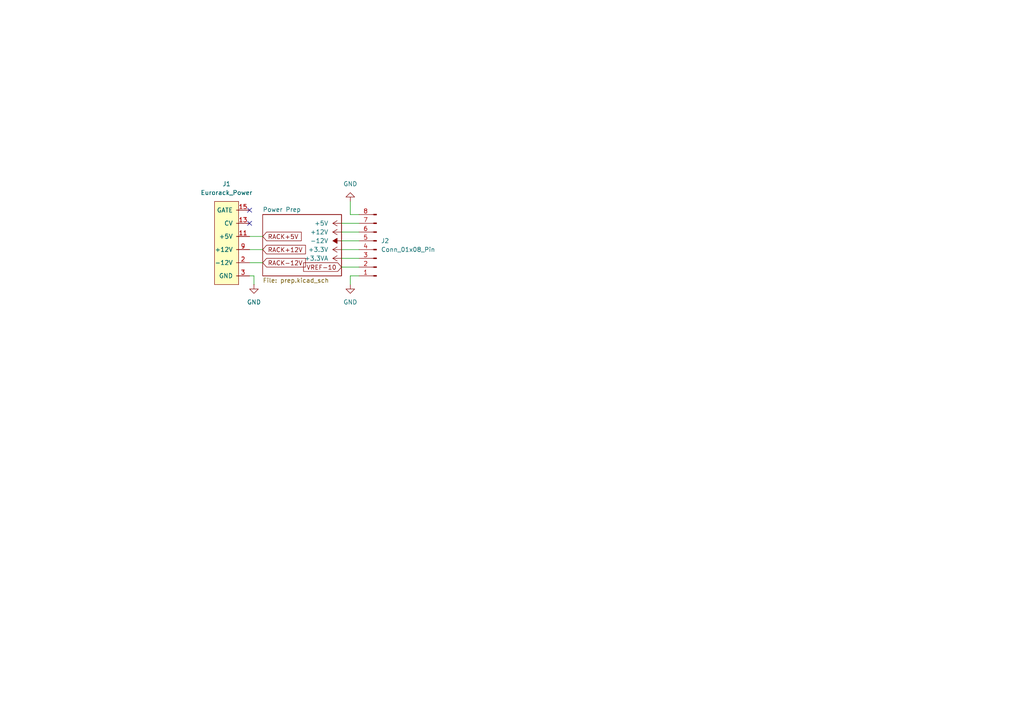
<source format=kicad_sch>
(kicad_sch
	(version 20231120)
	(generator "eeschema")
	(generator_version "8.0")
	(uuid "b1c4d2b8-caaa-445f-98af-61488ebb4616")
	(paper "A4")
	(title_block
		(title "wh3lk Power Pack - Overview")
		(date "2024-09-08")
		(rev "v2.0.0")
		(company "Portal Electronics")
	)
	(lib_symbols
		(symbol "Connector:Conn_01x08_Pin"
			(pin_names
				(offset 1.016) hide)
			(exclude_from_sim no)
			(in_bom yes)
			(on_board yes)
			(property "Reference" "J"
				(at 0 10.16 0)
				(effects
					(font
						(size 1.27 1.27)
					)
				)
			)
			(property "Value" "Conn_01x08_Pin"
				(at 0 -12.7 0)
				(effects
					(font
						(size 1.27 1.27)
					)
				)
			)
			(property "Footprint" ""
				(at 0 0 0)
				(effects
					(font
						(size 1.27 1.27)
					)
					(hide yes)
				)
			)
			(property "Datasheet" "~"
				(at 0 0 0)
				(effects
					(font
						(size 1.27 1.27)
					)
					(hide yes)
				)
			)
			(property "Description" "Generic connector, single row, 01x08, script generated"
				(at 0 0 0)
				(effects
					(font
						(size 1.27 1.27)
					)
					(hide yes)
				)
			)
			(property "ki_locked" ""
				(at 0 0 0)
				(effects
					(font
						(size 1.27 1.27)
					)
				)
			)
			(property "ki_keywords" "connector"
				(at 0 0 0)
				(effects
					(font
						(size 1.27 1.27)
					)
					(hide yes)
				)
			)
			(property "ki_fp_filters" "Connector*:*_1x??_*"
				(at 0 0 0)
				(effects
					(font
						(size 1.27 1.27)
					)
					(hide yes)
				)
			)
			(symbol "Conn_01x08_Pin_1_1"
				(polyline
					(pts
						(xy 1.27 -10.16) (xy 0.8636 -10.16)
					)
					(stroke
						(width 0.1524)
						(type default)
					)
					(fill
						(type none)
					)
				)
				(polyline
					(pts
						(xy 1.27 -7.62) (xy 0.8636 -7.62)
					)
					(stroke
						(width 0.1524)
						(type default)
					)
					(fill
						(type none)
					)
				)
				(polyline
					(pts
						(xy 1.27 -5.08) (xy 0.8636 -5.08)
					)
					(stroke
						(width 0.1524)
						(type default)
					)
					(fill
						(type none)
					)
				)
				(polyline
					(pts
						(xy 1.27 -2.54) (xy 0.8636 -2.54)
					)
					(stroke
						(width 0.1524)
						(type default)
					)
					(fill
						(type none)
					)
				)
				(polyline
					(pts
						(xy 1.27 0) (xy 0.8636 0)
					)
					(stroke
						(width 0.1524)
						(type default)
					)
					(fill
						(type none)
					)
				)
				(polyline
					(pts
						(xy 1.27 2.54) (xy 0.8636 2.54)
					)
					(stroke
						(width 0.1524)
						(type default)
					)
					(fill
						(type none)
					)
				)
				(polyline
					(pts
						(xy 1.27 5.08) (xy 0.8636 5.08)
					)
					(stroke
						(width 0.1524)
						(type default)
					)
					(fill
						(type none)
					)
				)
				(polyline
					(pts
						(xy 1.27 7.62) (xy 0.8636 7.62)
					)
					(stroke
						(width 0.1524)
						(type default)
					)
					(fill
						(type none)
					)
				)
				(rectangle
					(start 0.8636 -10.033)
					(end 0 -10.287)
					(stroke
						(width 0.1524)
						(type default)
					)
					(fill
						(type outline)
					)
				)
				(rectangle
					(start 0.8636 -7.493)
					(end 0 -7.747)
					(stroke
						(width 0.1524)
						(type default)
					)
					(fill
						(type outline)
					)
				)
				(rectangle
					(start 0.8636 -4.953)
					(end 0 -5.207)
					(stroke
						(width 0.1524)
						(type default)
					)
					(fill
						(type outline)
					)
				)
				(rectangle
					(start 0.8636 -2.413)
					(end 0 -2.667)
					(stroke
						(width 0.1524)
						(type default)
					)
					(fill
						(type outline)
					)
				)
				(rectangle
					(start 0.8636 0.127)
					(end 0 -0.127)
					(stroke
						(width 0.1524)
						(type default)
					)
					(fill
						(type outline)
					)
				)
				(rectangle
					(start 0.8636 2.667)
					(end 0 2.413)
					(stroke
						(width 0.1524)
						(type default)
					)
					(fill
						(type outline)
					)
				)
				(rectangle
					(start 0.8636 5.207)
					(end 0 4.953)
					(stroke
						(width 0.1524)
						(type default)
					)
					(fill
						(type outline)
					)
				)
				(rectangle
					(start 0.8636 7.747)
					(end 0 7.493)
					(stroke
						(width 0.1524)
						(type default)
					)
					(fill
						(type outline)
					)
				)
				(pin passive line
					(at 5.08 7.62 180)
					(length 3.81)
					(name "Pin_1"
						(effects
							(font
								(size 1.27 1.27)
							)
						)
					)
					(number "1"
						(effects
							(font
								(size 1.27 1.27)
							)
						)
					)
				)
				(pin passive line
					(at 5.08 5.08 180)
					(length 3.81)
					(name "Pin_2"
						(effects
							(font
								(size 1.27 1.27)
							)
						)
					)
					(number "2"
						(effects
							(font
								(size 1.27 1.27)
							)
						)
					)
				)
				(pin passive line
					(at 5.08 2.54 180)
					(length 3.81)
					(name "Pin_3"
						(effects
							(font
								(size 1.27 1.27)
							)
						)
					)
					(number "3"
						(effects
							(font
								(size 1.27 1.27)
							)
						)
					)
				)
				(pin passive line
					(at 5.08 0 180)
					(length 3.81)
					(name "Pin_4"
						(effects
							(font
								(size 1.27 1.27)
							)
						)
					)
					(number "4"
						(effects
							(font
								(size 1.27 1.27)
							)
						)
					)
				)
				(pin passive line
					(at 5.08 -2.54 180)
					(length 3.81)
					(name "Pin_5"
						(effects
							(font
								(size 1.27 1.27)
							)
						)
					)
					(number "5"
						(effects
							(font
								(size 1.27 1.27)
							)
						)
					)
				)
				(pin passive line
					(at 5.08 -5.08 180)
					(length 3.81)
					(name "Pin_6"
						(effects
							(font
								(size 1.27 1.27)
							)
						)
					)
					(number "6"
						(effects
							(font
								(size 1.27 1.27)
							)
						)
					)
				)
				(pin passive line
					(at 5.08 -7.62 180)
					(length 3.81)
					(name "Pin_7"
						(effects
							(font
								(size 1.27 1.27)
							)
						)
					)
					(number "7"
						(effects
							(font
								(size 1.27 1.27)
							)
						)
					)
				)
				(pin passive line
					(at 5.08 -10.16 180)
					(length 3.81)
					(name "Pin_8"
						(effects
							(font
								(size 1.27 1.27)
							)
						)
					)
					(number "8"
						(effects
							(font
								(size 1.27 1.27)
							)
						)
					)
				)
			)
		)
		(symbol "power:+12V"
			(power)
			(pin_numbers hide)
			(pin_names
				(offset 0) hide)
			(exclude_from_sim no)
			(in_bom yes)
			(on_board yes)
			(property "Reference" "#PWR"
				(at 0 -3.81 0)
				(effects
					(font
						(size 1.27 1.27)
					)
					(hide yes)
				)
			)
			(property "Value" "+12V"
				(at 0 3.556 0)
				(effects
					(font
						(size 1.27 1.27)
					)
				)
			)
			(property "Footprint" ""
				(at 0 0 0)
				(effects
					(font
						(size 1.27 1.27)
					)
					(hide yes)
				)
			)
			(property "Datasheet" ""
				(at 0 0 0)
				(effects
					(font
						(size 1.27 1.27)
					)
					(hide yes)
				)
			)
			(property "Description" "Power symbol creates a global label with name \"+12V\""
				(at 0 0 0)
				(effects
					(font
						(size 1.27 1.27)
					)
					(hide yes)
				)
			)
			(property "ki_keywords" "global power"
				(at 0 0 0)
				(effects
					(font
						(size 1.27 1.27)
					)
					(hide yes)
				)
			)
			(symbol "+12V_0_1"
				(polyline
					(pts
						(xy -0.762 1.27) (xy 0 2.54)
					)
					(stroke
						(width 0)
						(type default)
					)
					(fill
						(type none)
					)
				)
				(polyline
					(pts
						(xy 0 0) (xy 0 2.54)
					)
					(stroke
						(width 0)
						(type default)
					)
					(fill
						(type none)
					)
				)
				(polyline
					(pts
						(xy 0 2.54) (xy 0.762 1.27)
					)
					(stroke
						(width 0)
						(type default)
					)
					(fill
						(type none)
					)
				)
			)
			(symbol "+12V_1_1"
				(pin power_in line
					(at 0 0 90)
					(length 0)
					(name "~"
						(effects
							(font
								(size 1.27 1.27)
							)
						)
					)
					(number "1"
						(effects
							(font
								(size 1.27 1.27)
							)
						)
					)
				)
			)
		)
		(symbol "power:+3.3V"
			(power)
			(pin_numbers hide)
			(pin_names
				(offset 0) hide)
			(exclude_from_sim no)
			(in_bom yes)
			(on_board yes)
			(property "Reference" "#PWR"
				(at 0 -3.81 0)
				(effects
					(font
						(size 1.27 1.27)
					)
					(hide yes)
				)
			)
			(property "Value" "+3.3V"
				(at 0 3.556 0)
				(effects
					(font
						(size 1.27 1.27)
					)
				)
			)
			(property "Footprint" ""
				(at 0 0 0)
				(effects
					(font
						(size 1.27 1.27)
					)
					(hide yes)
				)
			)
			(property "Datasheet" ""
				(at 0 0 0)
				(effects
					(font
						(size 1.27 1.27)
					)
					(hide yes)
				)
			)
			(property "Description" "Power symbol creates a global label with name \"+3.3V\""
				(at 0 0 0)
				(effects
					(font
						(size 1.27 1.27)
					)
					(hide yes)
				)
			)
			(property "ki_keywords" "global power"
				(at 0 0 0)
				(effects
					(font
						(size 1.27 1.27)
					)
					(hide yes)
				)
			)
			(symbol "+3.3V_0_1"
				(polyline
					(pts
						(xy -0.762 1.27) (xy 0 2.54)
					)
					(stroke
						(width 0)
						(type default)
					)
					(fill
						(type none)
					)
				)
				(polyline
					(pts
						(xy 0 0) (xy 0 2.54)
					)
					(stroke
						(width 0)
						(type default)
					)
					(fill
						(type none)
					)
				)
				(polyline
					(pts
						(xy 0 2.54) (xy 0.762 1.27)
					)
					(stroke
						(width 0)
						(type default)
					)
					(fill
						(type none)
					)
				)
			)
			(symbol "+3.3V_1_1"
				(pin power_in line
					(at 0 0 90)
					(length 0)
					(name "~"
						(effects
							(font
								(size 1.27 1.27)
							)
						)
					)
					(number "1"
						(effects
							(font
								(size 1.27 1.27)
							)
						)
					)
				)
			)
		)
		(symbol "power:+3.3VA"
			(power)
			(pin_numbers hide)
			(pin_names
				(offset 0) hide)
			(exclude_from_sim no)
			(in_bom yes)
			(on_board yes)
			(property "Reference" "#PWR"
				(at 0 -3.81 0)
				(effects
					(font
						(size 1.27 1.27)
					)
					(hide yes)
				)
			)
			(property "Value" "+3.3VA"
				(at 0 3.556 0)
				(effects
					(font
						(size 1.27 1.27)
					)
				)
			)
			(property "Footprint" ""
				(at 0 0 0)
				(effects
					(font
						(size 1.27 1.27)
					)
					(hide yes)
				)
			)
			(property "Datasheet" ""
				(at 0 0 0)
				(effects
					(font
						(size 1.27 1.27)
					)
					(hide yes)
				)
			)
			(property "Description" "Power symbol creates a global label with name \"+3.3VA\""
				(at 0 0 0)
				(effects
					(font
						(size 1.27 1.27)
					)
					(hide yes)
				)
			)
			(property "ki_keywords" "global power"
				(at 0 0 0)
				(effects
					(font
						(size 1.27 1.27)
					)
					(hide yes)
				)
			)
			(symbol "+3.3VA_0_1"
				(polyline
					(pts
						(xy -0.762 1.27) (xy 0 2.54)
					)
					(stroke
						(width 0)
						(type default)
					)
					(fill
						(type none)
					)
				)
				(polyline
					(pts
						(xy 0 0) (xy 0 2.54)
					)
					(stroke
						(width 0)
						(type default)
					)
					(fill
						(type none)
					)
				)
				(polyline
					(pts
						(xy 0 2.54) (xy 0.762 1.27)
					)
					(stroke
						(width 0)
						(type default)
					)
					(fill
						(type none)
					)
				)
			)
			(symbol "+3.3VA_1_1"
				(pin power_in line
					(at 0 0 90)
					(length 0)
					(name "~"
						(effects
							(font
								(size 1.27 1.27)
							)
						)
					)
					(number "1"
						(effects
							(font
								(size 1.27 1.27)
							)
						)
					)
				)
			)
		)
		(symbol "power:+5V"
			(power)
			(pin_numbers hide)
			(pin_names
				(offset 0) hide)
			(exclude_from_sim no)
			(in_bom yes)
			(on_board yes)
			(property "Reference" "#PWR"
				(at 0 -3.81 0)
				(effects
					(font
						(size 1.27 1.27)
					)
					(hide yes)
				)
			)
			(property "Value" "+5V"
				(at 0 3.556 0)
				(effects
					(font
						(size 1.27 1.27)
					)
				)
			)
			(property "Footprint" ""
				(at 0 0 0)
				(effects
					(font
						(size 1.27 1.27)
					)
					(hide yes)
				)
			)
			(property "Datasheet" ""
				(at 0 0 0)
				(effects
					(font
						(size 1.27 1.27)
					)
					(hide yes)
				)
			)
			(property "Description" "Power symbol creates a global label with name \"+5V\""
				(at 0 0 0)
				(effects
					(font
						(size 1.27 1.27)
					)
					(hide yes)
				)
			)
			(property "ki_keywords" "global power"
				(at 0 0 0)
				(effects
					(font
						(size 1.27 1.27)
					)
					(hide yes)
				)
			)
			(symbol "+5V_0_1"
				(polyline
					(pts
						(xy -0.762 1.27) (xy 0 2.54)
					)
					(stroke
						(width 0)
						(type default)
					)
					(fill
						(type none)
					)
				)
				(polyline
					(pts
						(xy 0 0) (xy 0 2.54)
					)
					(stroke
						(width 0)
						(type default)
					)
					(fill
						(type none)
					)
				)
				(polyline
					(pts
						(xy 0 2.54) (xy 0.762 1.27)
					)
					(stroke
						(width 0)
						(type default)
					)
					(fill
						(type none)
					)
				)
			)
			(symbol "+5V_1_1"
				(pin power_in line
					(at 0 0 90)
					(length 0)
					(name "~"
						(effects
							(font
								(size 1.27 1.27)
							)
						)
					)
					(number "1"
						(effects
							(font
								(size 1.27 1.27)
							)
						)
					)
				)
			)
		)
		(symbol "power:-12V"
			(power)
			(pin_numbers hide)
			(pin_names
				(offset 0) hide)
			(exclude_from_sim no)
			(in_bom yes)
			(on_board yes)
			(property "Reference" "#PWR"
				(at 0 -3.81 0)
				(effects
					(font
						(size 1.27 1.27)
					)
					(hide yes)
				)
			)
			(property "Value" "-12V"
				(at 0 3.556 0)
				(effects
					(font
						(size 1.27 1.27)
					)
				)
			)
			(property "Footprint" ""
				(at 0 0 0)
				(effects
					(font
						(size 1.27 1.27)
					)
					(hide yes)
				)
			)
			(property "Datasheet" ""
				(at 0 0 0)
				(effects
					(font
						(size 1.27 1.27)
					)
					(hide yes)
				)
			)
			(property "Description" "Power symbol creates a global label with name \"-12V\""
				(at 0 0 0)
				(effects
					(font
						(size 1.27 1.27)
					)
					(hide yes)
				)
			)
			(property "ki_keywords" "global power"
				(at 0 0 0)
				(effects
					(font
						(size 1.27 1.27)
					)
					(hide yes)
				)
			)
			(symbol "-12V_0_0"
				(pin power_in line
					(at 0 0 90)
					(length 0)
					(name "~"
						(effects
							(font
								(size 1.27 1.27)
							)
						)
					)
					(number "1"
						(effects
							(font
								(size 1.27 1.27)
							)
						)
					)
				)
			)
			(symbol "-12V_0_1"
				(polyline
					(pts
						(xy 0 0) (xy 0 1.27) (xy 0.762 1.27) (xy 0 2.54) (xy -0.762 1.27) (xy 0 1.27)
					)
					(stroke
						(width 0)
						(type default)
					)
					(fill
						(type outline)
					)
				)
			)
		)
		(symbol "power:GND"
			(power)
			(pin_numbers hide)
			(pin_names
				(offset 0) hide)
			(exclude_from_sim no)
			(in_bom yes)
			(on_board yes)
			(property "Reference" "#PWR"
				(at 0 -6.35 0)
				(effects
					(font
						(size 1.27 1.27)
					)
					(hide yes)
				)
			)
			(property "Value" "GND"
				(at 0 -3.81 0)
				(effects
					(font
						(size 1.27 1.27)
					)
				)
			)
			(property "Footprint" ""
				(at 0 0 0)
				(effects
					(font
						(size 1.27 1.27)
					)
					(hide yes)
				)
			)
			(property "Datasheet" ""
				(at 0 0 0)
				(effects
					(font
						(size 1.27 1.27)
					)
					(hide yes)
				)
			)
			(property "Description" "Power symbol creates a global label with name \"GND\" , ground"
				(at 0 0 0)
				(effects
					(font
						(size 1.27 1.27)
					)
					(hide yes)
				)
			)
			(property "ki_keywords" "global power"
				(at 0 0 0)
				(effects
					(font
						(size 1.27 1.27)
					)
					(hide yes)
				)
			)
			(symbol "GND_0_1"
				(polyline
					(pts
						(xy 0 0) (xy 0 -1.27) (xy 1.27 -1.27) (xy 0 -2.54) (xy -1.27 -1.27) (xy 0 -1.27)
					)
					(stroke
						(width 0)
						(type default)
					)
					(fill
						(type none)
					)
				)
			)
			(symbol "GND_1_1"
				(pin power_in line
					(at 0 0 270)
					(length 0)
					(name "~"
						(effects
							(font
								(size 1.27 1.27)
							)
						)
					)
					(number "1"
						(effects
							(font
								(size 1.27 1.27)
							)
						)
					)
				)
			)
		)
		(symbol "winterbloom:Eurorack_Power_02x08_Pin_12v_5v"
			(pin_names
				(offset 1.016)
			)
			(exclude_from_sim no)
			(in_bom yes)
			(on_board yes)
			(property "Reference" "J"
				(at -0.762 8.89 0)
				(effects
					(font
						(size 1.27 1.27)
					)
				)
			)
			(property "Value" "Eurorack_Power"
				(at 0.254 -19.304 0)
				(effects
					(font
						(size 1.27 1.27)
					)
				)
			)
			(property "Footprint" "winterbloom:Eurorack_Power_02x08_Shrouded_Lock"
				(at 0 11.43 0)
				(effects
					(font
						(size 1.27 1.27)
					)
					(hide yes)
				)
			)
			(property "Datasheet" "https://static6.arrow.com/aropdfconversion/1507f1621f4e67855dd466ebb3ac550d52564a9d/32302-sxx1.pdf"
				(at 1.778 -24.638 0)
				(effects
					(font
						(size 1.27 1.27)
					)
					(hide yes)
				)
			)
			(property "Description" "Shrouded, keyed, Eurorack power header, 02x08, 2.54mm spacing"
				(at 0.254 -22.352 0)
				(effects
					(font
						(size 1.27 1.27)
					)
					(hide yes)
				)
			)
			(property "MPN" "302-S101"
				(at 0 13.97 0)
				(effects
					(font
						(size 1.27 1.27)
					)
					(hide yes)
				)
			)
			(property "ki_keywords" "eurorack power"
				(at 0 0 0)
				(effects
					(font
						(size 1.27 1.27)
					)
					(hide yes)
				)
			)
			(symbol "Eurorack_Power_02x08_Pin_12v_5v_0_1"
				(rectangle
					(start -2.54 7.62)
					(end 4.445 -16.51)
					(stroke
						(width 0)
						(type default)
					)
					(fill
						(type background)
					)
				)
			)
			(symbol "Eurorack_Power_02x08_Pin_12v_5v_1_1"
				(pin passive line
					(at 7.62 -10.16 180)
					(length 3.81) hide
					(name "-12V"
						(effects
							(font
								(size 1.27 1.27)
							)
						)
					)
					(number "1"
						(effects
							(font
								(size 1.27 1.27)
							)
						)
					)
				)
				(pin power_out line
					(at 7.62 -6.35 180)
					(length 3.81) hide
					(name "+12V"
						(effects
							(font
								(size 1.27 1.27)
							)
						)
					)
					(number "10"
						(effects
							(font
								(size 1.27 1.27)
							)
						)
					)
				)
				(pin power_out line
					(at 7.62 -2.54 180)
					(length 3.81)
					(name "+5V"
						(effects
							(font
								(size 1.27 1.27)
							)
						)
					)
					(number "11"
						(effects
							(font
								(size 1.27 1.27)
							)
						)
					)
				)
				(pin power_out line
					(at 7.62 -2.54 180)
					(length 3.81) hide
					(name "+5V"
						(effects
							(font
								(size 1.27 1.27)
							)
						)
					)
					(number "12"
						(effects
							(font
								(size 1.27 1.27)
							)
						)
					)
				)
				(pin passive line
					(at 7.62 1.27 180)
					(length 3.81)
					(name "CV"
						(effects
							(font
								(size 1.27 1.27)
							)
						)
					)
					(number "13"
						(effects
							(font
								(size 1.27 1.27)
							)
						)
					)
				)
				(pin passive line
					(at 7.62 1.27 180)
					(length 3.81) hide
					(name "CV"
						(effects
							(font
								(size 1.27 1.27)
							)
						)
					)
					(number "14"
						(effects
							(font
								(size 1.27 1.27)
							)
						)
					)
				)
				(pin passive line
					(at 7.62 5.08 180)
					(length 3.81)
					(name "GATE"
						(effects
							(font
								(size 1.27 1.27)
							)
						)
					)
					(number "15"
						(effects
							(font
								(size 1.27 1.27)
							)
						)
					)
				)
				(pin passive line
					(at 7.62 5.08 180)
					(length 3.81) hide
					(name "GATE"
						(effects
							(font
								(size 1.27 1.27)
							)
						)
					)
					(number "16"
						(effects
							(font
								(size 1.27 1.27)
							)
						)
					)
				)
				(pin passive line
					(at 7.62 -10.16 180)
					(length 3.81)
					(name "-12V"
						(effects
							(font
								(size 1.27 1.27)
							)
						)
					)
					(number "2"
						(effects
							(font
								(size 1.27 1.27)
							)
						)
					)
				)
				(pin passive line
					(at 7.62 -13.97 180)
					(length 3.81)
					(name "GND"
						(effects
							(font
								(size 1.27 1.27)
							)
						)
					)
					(number "3"
						(effects
							(font
								(size 1.27 1.27)
							)
						)
					)
				)
				(pin passive line
					(at 7.62 -13.97 180)
					(length 3.81) hide
					(name "GND"
						(effects
							(font
								(size 1.27 1.27)
							)
						)
					)
					(number "4"
						(effects
							(font
								(size 1.27 1.27)
							)
						)
					)
				)
				(pin passive line
					(at 7.62 -13.97 180)
					(length 3.81) hide
					(name "GND"
						(effects
							(font
								(size 1.27 1.27)
							)
						)
					)
					(number "5"
						(effects
							(font
								(size 1.27 1.27)
							)
						)
					)
				)
				(pin passive line
					(at 7.62 -13.97 180)
					(length 3.81) hide
					(name "GND"
						(effects
							(font
								(size 1.27 1.27)
							)
						)
					)
					(number "6"
						(effects
							(font
								(size 1.27 1.27)
							)
						)
					)
				)
				(pin passive line
					(at 7.62 -13.97 180)
					(length 3.81) hide
					(name "GND"
						(effects
							(font
								(size 1.27 1.27)
							)
						)
					)
					(number "7"
						(effects
							(font
								(size 1.27 1.27)
							)
						)
					)
				)
				(pin passive line
					(at 7.62 -13.97 180)
					(length 3.81) hide
					(name "GND"
						(effects
							(font
								(size 1.27 1.27)
							)
						)
					)
					(number "8"
						(effects
							(font
								(size 1.27 1.27)
							)
						)
					)
				)
				(pin power_out line
					(at 7.62 -6.35 180)
					(length 3.81)
					(name "+12V"
						(effects
							(font
								(size 1.27 1.27)
							)
						)
					)
					(number "9"
						(effects
							(font
								(size 1.27 1.27)
							)
						)
					)
				)
			)
		)
	)
	(no_connect
		(at 72.39 64.77)
		(uuid "0ff6284f-c220-4f87-8870-4731e2353174")
	)
	(no_connect
		(at 72.39 60.96)
		(uuid "10cd3d32-3de7-486f-a2b7-0d9cb5273e55")
	)
	(wire
		(pts
			(xy 101.6 82.55) (xy 101.6 80.01)
		)
		(stroke
			(width 0)
			(type default)
		)
		(uuid "3049afaf-73db-4ea6-8bad-3b3a03b949ca")
	)
	(wire
		(pts
			(xy 99.06 67.31) (xy 104.14 67.31)
		)
		(stroke
			(width 0)
			(type default)
		)
		(uuid "62067078-a739-4947-a756-c3ecfb44cb24")
	)
	(wire
		(pts
			(xy 101.6 62.23) (xy 104.14 62.23)
		)
		(stroke
			(width 0)
			(type default)
		)
		(uuid "68d858af-f4f3-41a1-a265-0aa3075a815c")
	)
	(wire
		(pts
			(xy 72.39 72.39) (xy 76.2 72.39)
		)
		(stroke
			(width 0)
			(type default)
		)
		(uuid "8d299d7b-340f-4f86-8018-776008504842")
	)
	(wire
		(pts
			(xy 101.6 80.01) (xy 104.14 80.01)
		)
		(stroke
			(width 0)
			(type default)
		)
		(uuid "902d24a0-e5b8-4936-a8db-c4442241eaec")
	)
	(wire
		(pts
			(xy 99.06 72.39) (xy 104.14 72.39)
		)
		(stroke
			(width 0)
			(type default)
		)
		(uuid "916db4bd-e534-4f09-824a-213a92bcb2c8")
	)
	(wire
		(pts
			(xy 99.06 69.85) (xy 104.14 69.85)
		)
		(stroke
			(width 0)
			(type default)
		)
		(uuid "938eb9e6-0bfd-43f8-a315-60a3afdfd94e")
	)
	(wire
		(pts
			(xy 99.06 64.77) (xy 104.14 64.77)
		)
		(stroke
			(width 0)
			(type default)
		)
		(uuid "9fdddb33-08dd-409a-a8a2-c26a035baae7")
	)
	(wire
		(pts
			(xy 99.06 74.93) (xy 104.14 74.93)
		)
		(stroke
			(width 0)
			(type default)
		)
		(uuid "a0c7b7cc-d022-4738-b7c8-34e4fcc25c57")
	)
	(wire
		(pts
			(xy 99.06 77.47) (xy 104.14 77.47)
		)
		(stroke
			(width 0)
			(type default)
		)
		(uuid "b1dd5ea3-a8f3-4e02-854b-21d4fed8c600")
	)
	(wire
		(pts
			(xy 72.39 76.2) (xy 76.2 76.2)
		)
		(stroke
			(width 0)
			(type default)
		)
		(uuid "bb529760-6bb5-4406-ac07-9a7f342324e0")
	)
	(wire
		(pts
			(xy 72.39 68.58) (xy 76.2 68.58)
		)
		(stroke
			(width 0)
			(type default)
		)
		(uuid "dce59350-7401-4232-99d0-05b3644f757c")
	)
	(wire
		(pts
			(xy 101.6 58.42) (xy 101.6 62.23)
		)
		(stroke
			(width 0)
			(type default)
		)
		(uuid "e9fd4735-423c-489e-b7e7-2effea16901f")
	)
	(wire
		(pts
			(xy 73.66 82.55) (xy 73.66 80.01)
		)
		(stroke
			(width 0)
			(type default)
		)
		(uuid "eb9bdc3c-9de7-4f4b-8d6d-2e26d6baae04")
	)
	(wire
		(pts
			(xy 73.66 80.01) (xy 72.39 80.01)
		)
		(stroke
			(width 0)
			(type default)
		)
		(uuid "faa5f2d7-7a0b-4615-9cac-22ca32e62037")
	)
	(global_label "RACK-12V"
		(shape input)
		(at 76.2 76.2 0)
		(fields_autoplaced yes)
		(effects
			(font
				(size 1.27 1.27)
			)
			(justify left)
		)
		(uuid "82b4fa3e-6eab-4ac5-a5a5-02601c8d530c")
		(property "Intersheetrefs" "${INTERSHEET_REFS}"
			(at 86.0698 76.2 0)
			(effects
				(font
					(size 1.27 1.27)
				)
				(justify left)
				(hide yes)
			)
		)
	)
	(global_label "VREF-10"
		(shape input)
		(at 99.06 77.47 180)
		(fields_autoplaced yes)
		(effects
			(font
				(size 1.27 1.27)
			)
			(justify right)
		)
		(uuid "982dc07e-e058-4882-82f0-cd65503d9395")
		(property "Intersheetrefs" "${INTERSHEET_REFS}"
			(at 90.0786 77.47 0)
			(effects
				(font
					(size 1.27 1.27)
				)
				(justify right)
				(hide yes)
			)
		)
	)
	(global_label "RACK+12V"
		(shape input)
		(at 76.2 72.39 0)
		(fields_autoplaced yes)
		(effects
			(font
				(size 1.27 1.27)
			)
			(justify left)
		)
		(uuid "ade21ed6-0083-4b33-b497-25ba9675fe74")
		(property "Intersheetrefs" "${INTERSHEET_REFS}"
			(at 86.0698 72.39 0)
			(effects
				(font
					(size 1.27 1.27)
				)
				(justify left)
				(hide yes)
			)
		)
	)
	(global_label "RACK+5V"
		(shape input)
		(at 76.2 68.58 0)
		(fields_autoplaced yes)
		(effects
			(font
				(size 1.27 1.27)
			)
			(justify left)
		)
		(uuid "dce3db17-db5e-4a3f-95ac-7fd19d1879a2")
		(property "Intersheetrefs" "${INTERSHEET_REFS}"
			(at 85.1814 68.58 0)
			(effects
				(font
					(size 1.27 1.27)
				)
				(justify left)
				(hide yes)
			)
		)
	)
	(symbol
		(lib_id "power:GND")
		(at 73.66 82.55 0)
		(unit 1)
		(exclude_from_sim no)
		(in_bom yes)
		(on_board yes)
		(dnp no)
		(fields_autoplaced yes)
		(uuid "06216b6a-a4ed-4407-addc-edbea0b208be")
		(property "Reference" "#PWR01"
			(at 73.66 88.9 0)
			(effects
				(font
					(size 1.27 1.27)
				)
				(hide yes)
			)
		)
		(property "Value" "GND"
			(at 73.66 87.63 0)
			(effects
				(font
					(size 1.27 1.27)
				)
			)
		)
		(property "Footprint" ""
			(at 73.66 82.55 0)
			(effects
				(font
					(size 1.27 1.27)
				)
				(hide yes)
			)
		)
		(property "Datasheet" ""
			(at 73.66 82.55 0)
			(effects
				(font
					(size 1.27 1.27)
				)
				(hide yes)
			)
		)
		(property "Description" "Power symbol creates a global label with name \"GND\" , ground"
			(at 73.66 82.55 0)
			(effects
				(font
					(size 1.27 1.27)
				)
				(hide yes)
			)
		)
		(pin "1"
			(uuid "23727fb9-55aa-4c01-8607-133daac952ed")
		)
		(instances
			(project "wh3lk"
				(path "/b1c4d2b8-caaa-445f-98af-61488ebb4616"
					(reference "#PWR01")
					(unit 1)
				)
			)
		)
	)
	(symbol
		(lib_id "power:GND")
		(at 101.6 82.55 0)
		(unit 1)
		(exclude_from_sim no)
		(in_bom yes)
		(on_board yes)
		(dnp no)
		(fields_autoplaced yes)
		(uuid "0eaf8305-693e-4f9b-9df2-a0ff882be964")
		(property "Reference" "#PWR018"
			(at 101.6 88.9 0)
			(effects
				(font
					(size 1.27 1.27)
				)
				(hide yes)
			)
		)
		(property "Value" "GND"
			(at 101.6 87.63 0)
			(effects
				(font
					(size 1.27 1.27)
				)
			)
		)
		(property "Footprint" ""
			(at 101.6 82.55 0)
			(effects
				(font
					(size 1.27 1.27)
				)
				(hide yes)
			)
		)
		(property "Datasheet" ""
			(at 101.6 82.55 0)
			(effects
				(font
					(size 1.27 1.27)
				)
				(hide yes)
			)
		)
		(property "Description" "Power symbol creates a global label with name \"GND\" , ground"
			(at 101.6 82.55 0)
			(effects
				(font
					(size 1.27 1.27)
				)
				(hide yes)
			)
		)
		(pin "1"
			(uuid "c9af4a22-333b-47c6-8f1b-b8ffdbee8c75")
		)
		(instances
			(project "wh3lk"
				(path "/b1c4d2b8-caaa-445f-98af-61488ebb4616"
					(reference "#PWR018")
					(unit 1)
				)
			)
		)
	)
	(symbol
		(lib_id "power:+12V")
		(at 99.06 67.31 90)
		(unit 1)
		(exclude_from_sim no)
		(in_bom yes)
		(on_board yes)
		(dnp no)
		(fields_autoplaced yes)
		(uuid "34e4296f-2872-4bcb-b0f1-f3f25d260821")
		(property "Reference" "#PWR020"
			(at 102.87 67.31 0)
			(effects
				(font
					(size 1.27 1.27)
				)
				(hide yes)
			)
		)
		(property "Value" "+12V"
			(at 95.25 67.3099 90)
			(effects
				(font
					(size 1.27 1.27)
				)
				(justify left)
			)
		)
		(property "Footprint" ""
			(at 99.06 67.31 0)
			(effects
				(font
					(size 1.27 1.27)
				)
				(hide yes)
			)
		)
		(property "Datasheet" ""
			(at 99.06 67.31 0)
			(effects
				(font
					(size 1.27 1.27)
				)
				(hide yes)
			)
		)
		(property "Description" "Power symbol creates a global label with name \"+12V\""
			(at 99.06 67.31 0)
			(effects
				(font
					(size 1.27 1.27)
				)
				(hide yes)
			)
		)
		(pin "1"
			(uuid "bc84827a-2560-4f4c-8f7b-5417d7396a56")
		)
		(instances
			(project "wh3lk"
				(path "/b1c4d2b8-caaa-445f-98af-61488ebb4616"
					(reference "#PWR020")
					(unit 1)
				)
			)
		)
	)
	(symbol
		(lib_id "power:GND")
		(at 101.6 58.42 180)
		(unit 1)
		(exclude_from_sim no)
		(in_bom yes)
		(on_board yes)
		(dnp no)
		(fields_autoplaced yes)
		(uuid "3e75801e-b3f5-46a7-b49d-b9f9bf64e744")
		(property "Reference" "#PWR017"
			(at 101.6 52.07 0)
			(effects
				(font
					(size 1.27 1.27)
				)
				(hide yes)
			)
		)
		(property "Value" "GND"
			(at 101.6 53.34 0)
			(effects
				(font
					(size 1.27 1.27)
				)
			)
		)
		(property "Footprint" ""
			(at 101.6 58.42 0)
			(effects
				(font
					(size 1.27 1.27)
				)
				(hide yes)
			)
		)
		(property "Datasheet" ""
			(at 101.6 58.42 0)
			(effects
				(font
					(size 1.27 1.27)
				)
				(hide yes)
			)
		)
		(property "Description" "Power symbol creates a global label with name \"GND\" , ground"
			(at 101.6 58.42 0)
			(effects
				(font
					(size 1.27 1.27)
				)
				(hide yes)
			)
		)
		(pin "1"
			(uuid "5c2a3152-a125-4d83-9b91-ad0479b3bf42")
		)
		(instances
			(project "wh3lk"
				(path "/b1c4d2b8-caaa-445f-98af-61488ebb4616"
					(reference "#PWR017")
					(unit 1)
				)
			)
		)
	)
	(symbol
		(lib_id "power:+3.3V")
		(at 99.06 72.39 90)
		(unit 1)
		(exclude_from_sim no)
		(in_bom yes)
		(on_board yes)
		(dnp no)
		(fields_autoplaced yes)
		(uuid "acb12ff7-ff20-4d14-8903-c8ffb8d5dc36")
		(property "Reference" "#PWR022"
			(at 102.87 72.39 0)
			(effects
				(font
					(size 1.27 1.27)
				)
				(hide yes)
			)
		)
		(property "Value" "+3.3V"
			(at 95.25 72.3899 90)
			(effects
				(font
					(size 1.27 1.27)
				)
				(justify left)
			)
		)
		(property "Footprint" ""
			(at 99.06 72.39 0)
			(effects
				(font
					(size 1.27 1.27)
				)
				(hide yes)
			)
		)
		(property "Datasheet" ""
			(at 99.06 72.39 0)
			(effects
				(font
					(size 1.27 1.27)
				)
				(hide yes)
			)
		)
		(property "Description" "Power symbol creates a global label with name \"+3.3V\""
			(at 99.06 72.39 0)
			(effects
				(font
					(size 1.27 1.27)
				)
				(hide yes)
			)
		)
		(pin "1"
			(uuid "5a1d0acf-f4bc-4625-b2b3-b59fafd27f2a")
		)
		(instances
			(project "wh3lk"
				(path "/b1c4d2b8-caaa-445f-98af-61488ebb4616"
					(reference "#PWR022")
					(unit 1)
				)
			)
		)
	)
	(symbol
		(lib_id "Connector:Conn_01x08_Pin")
		(at 109.22 72.39 180)
		(unit 1)
		(exclude_from_sim no)
		(in_bom yes)
		(on_board yes)
		(dnp no)
		(uuid "b939b11c-869c-4f34-a70f-d48b409638dd")
		(property "Reference" "J2"
			(at 110.49 69.8499 0)
			(effects
				(font
					(size 1.27 1.27)
				)
				(justify right)
			)
		)
		(property "Value" "Conn_01x08_Pin"
			(at 110.49 72.3899 0)
			(effects
				(font
					(size 1.27 1.27)
				)
				(justify right)
			)
		)
		(property "Footprint" "Connector_PinHeader_2.54mm:PinHeader_2x04_P2.54mm_Vertical"
			(at 109.22 72.39 0)
			(effects
				(font
					(size 1.27 1.27)
				)
				(hide yes)
			)
		)
		(property "Datasheet" "~"
			(at 109.22 72.39 0)
			(effects
				(font
					(size 1.27 1.27)
				)
				(hide yes)
			)
		)
		(property "Description" "Generic connector, single row, 01x08, script generated"
			(at 109.22 72.39 0)
			(effects
				(font
					(size 1.27 1.27)
				)
				(hide yes)
			)
		)
		(pin "2"
			(uuid "1c13ee83-1a20-4e2b-a8cd-1744c78940d5")
		)
		(pin "8"
			(uuid "2355ffd4-451a-4904-a922-8ebc8faa6b43")
		)
		(pin "5"
			(uuid "8da6e8b0-28dc-4997-97a9-467451aa2ff3")
		)
		(pin "4"
			(uuid "0454c52d-ed13-4181-a86b-fb2ec17cbc4c")
		)
		(pin "1"
			(uuid "a9f75ad6-0129-41a2-8dcd-5308d2b7a14e")
		)
		(pin "3"
			(uuid "7325795f-3646-4bfd-9ca5-aa23dd3abb30")
		)
		(pin "6"
			(uuid "5ed8d869-a810-48a1-9294-1951b69267d4")
		)
		(pin "7"
			(uuid "ab73d987-95fc-4b99-91ef-705d8a8ef184")
		)
		(instances
			(project "wh3lk"
				(path "/b1c4d2b8-caaa-445f-98af-61488ebb4616"
					(reference "J2")
					(unit 1)
				)
			)
		)
	)
	(symbol
		(lib_id "power:+3.3VA")
		(at 99.06 74.93 90)
		(unit 1)
		(exclude_from_sim no)
		(in_bom yes)
		(on_board yes)
		(dnp no)
		(fields_autoplaced yes)
		(uuid "d31c4edb-226b-48b8-8bbf-023e94b16055")
		(property "Reference" "#PWR023"
			(at 102.87 74.93 0)
			(effects
				(font
					(size 1.27 1.27)
				)
				(hide yes)
			)
		)
		(property "Value" "+3.3VA"
			(at 95.25 74.9299 90)
			(effects
				(font
					(size 1.27 1.27)
				)
				(justify left)
			)
		)
		(property "Footprint" ""
			(at 99.06 74.93 0)
			(effects
				(font
					(size 1.27 1.27)
				)
				(hide yes)
			)
		)
		(property "Datasheet" ""
			(at 99.06 74.93 0)
			(effects
				(font
					(size 1.27 1.27)
				)
				(hide yes)
			)
		)
		(property "Description" "Power symbol creates a global label with name \"+3.3VA\""
			(at 99.06 74.93 0)
			(effects
				(font
					(size 1.27 1.27)
				)
				(hide yes)
			)
		)
		(pin "1"
			(uuid "56a9079d-d495-42cc-a6de-fda860002e8a")
		)
		(instances
			(project "wh3lk"
				(path "/b1c4d2b8-caaa-445f-98af-61488ebb4616"
					(reference "#PWR023")
					(unit 1)
				)
			)
		)
	)
	(symbol
		(lib_id "winterbloom:Eurorack_Power_02x08_Pin_12v_5v")
		(at 64.77 66.04 0)
		(unit 1)
		(exclude_from_sim no)
		(in_bom yes)
		(on_board yes)
		(dnp no)
		(fields_autoplaced yes)
		(uuid "d9fd7cae-e0f4-4757-8f21-97e8c51034bd")
		(property "Reference" "J1"
			(at 65.7225 53.34 0)
			(effects
				(font
					(size 1.27 1.27)
				)
			)
		)
		(property "Value" "Eurorack_Power"
			(at 65.7225 55.88 0)
			(effects
				(font
					(size 1.27 1.27)
				)
			)
		)
		(property "Footprint" "winterbloom:Eurorack_Power_02x08_Shrouded_Lock"
			(at 64.77 54.61 0)
			(effects
				(font
					(size 1.27 1.27)
				)
				(hide yes)
			)
		)
		(property "Datasheet" "https://static6.arrow.com/aropdfconversion/1507f1621f4e67855dd466ebb3ac550d52564a9d/32302-sxx1.pdf"
			(at 66.548 90.678 0)
			(effects
				(font
					(size 1.27 1.27)
				)
				(hide yes)
			)
		)
		(property "Description" "Shrouded, keyed, Eurorack power header, 02x08, 2.54mm spacing"
			(at 65.024 88.392 0)
			(effects
				(font
					(size 1.27 1.27)
				)
				(hide yes)
			)
		)
		(property "MPN" "302-S101"
			(at 64.77 52.07 0)
			(effects
				(font
					(size 1.27 1.27)
				)
				(hide yes)
			)
		)
		(pin "11"
			(uuid "68323c3e-9f94-42aa-bf67-fcdccdaf3825")
		)
		(pin "3"
			(uuid "9bd16d78-0970-4074-aa54-9b2d1364abca")
		)
		(pin "5"
			(uuid "0a025180-450b-4744-9194-b99244a904a0")
		)
		(pin "13"
			(uuid "fe049008-c42f-413f-bfcd-0f4fe5c4c586")
		)
		(pin "15"
			(uuid "357ce99b-f4fe-4cab-bf54-cadbadce8c58")
		)
		(pin "4"
			(uuid "b8bf3592-56cf-46f0-b9e4-edb39f39416d")
		)
		(pin "9"
			(uuid "09795738-0c34-4e33-b7ac-061831caae31")
		)
		(pin "2"
			(uuid "2c64299d-a4c7-4d2a-8e64-131d7dddab6f")
		)
		(pin "6"
			(uuid "5767cd6e-241f-4881-a907-2212faaeb01e")
		)
		(pin "7"
			(uuid "95a79943-59d3-4a2b-b96c-b021b06e5f60")
		)
		(pin "10"
			(uuid "e3ad5f3a-0f54-4048-ade5-fa7dfa833db7")
		)
		(pin "1"
			(uuid "0c988666-58a2-4e39-a431-43f2e28b2576")
		)
		(pin "8"
			(uuid "64924daa-284b-44a2-bc7a-9e36adf8cf79")
		)
		(pin "16"
			(uuid "9694973f-a7bb-454d-a3cd-dcb29554ee2c")
		)
		(pin "14"
			(uuid "ab0625eb-d4f3-4837-8d52-3a2fb4bebe7c")
		)
		(pin "12"
			(uuid "ba3ef050-7030-48e3-b494-b519fc63f827")
		)
		(instances
			(project "wh3lk"
				(path "/b1c4d2b8-caaa-445f-98af-61488ebb4616"
					(reference "J1")
					(unit 1)
				)
			)
		)
	)
	(symbol
		(lib_id "power:+5V")
		(at 99.06 64.77 90)
		(unit 1)
		(exclude_from_sim no)
		(in_bom yes)
		(on_board yes)
		(dnp no)
		(fields_autoplaced yes)
		(uuid "e35ed6a4-83ea-40b7-aa11-fd851252e1eb")
		(property "Reference" "#PWR019"
			(at 102.87 64.77 0)
			(effects
				(font
					(size 1.27 1.27)
				)
				(hide yes)
			)
		)
		(property "Value" "+5V"
			(at 95.25 64.7699 90)
			(effects
				(font
					(size 1.27 1.27)
				)
				(justify left)
			)
		)
		(property "Footprint" ""
			(at 99.06 64.77 0)
			(effects
				(font
					(size 1.27 1.27)
				)
				(hide yes)
			)
		)
		(property "Datasheet" ""
			(at 99.06 64.77 0)
			(effects
				(font
					(size 1.27 1.27)
				)
				(hide yes)
			)
		)
		(property "Description" "Power symbol creates a global label with name \"+5V\""
			(at 99.06 64.77 0)
			(effects
				(font
					(size 1.27 1.27)
				)
				(hide yes)
			)
		)
		(pin "1"
			(uuid "ab45b40e-c4a3-4b54-920c-1765c8f826de")
		)
		(instances
			(project "wh3lk"
				(path "/b1c4d2b8-caaa-445f-98af-61488ebb4616"
					(reference "#PWR019")
					(unit 1)
				)
			)
		)
	)
	(symbol
		(lib_id "power:-12V")
		(at 99.06 69.85 90)
		(unit 1)
		(exclude_from_sim no)
		(in_bom yes)
		(on_board yes)
		(dnp no)
		(fields_autoplaced yes)
		(uuid "f04734d1-4edd-435f-9a93-c39f4f8ebf69")
		(property "Reference" "#PWR021"
			(at 102.87 69.85 0)
			(effects
				(font
					(size 1.27 1.27)
				)
				(hide yes)
			)
		)
		(property "Value" "-12V"
			(at 95.25 69.8499 90)
			(effects
				(font
					(size 1.27 1.27)
				)
				(justify left)
			)
		)
		(property "Footprint" ""
			(at 99.06 69.85 0)
			(effects
				(font
					(size 1.27 1.27)
				)
				(hide yes)
			)
		)
		(property "Datasheet" ""
			(at 99.06 69.85 0)
			(effects
				(font
					(size 1.27 1.27)
				)
				(hide yes)
			)
		)
		(property "Description" "Power symbol creates a global label with name \"-12V\""
			(at 99.06 69.85 0)
			(effects
				(font
					(size 1.27 1.27)
				)
				(hide yes)
			)
		)
		(pin "1"
			(uuid "aa01c700-45c3-4707-a89a-18f082f02e5b")
		)
		(instances
			(project "wh3lk"
				(path "/b1c4d2b8-caaa-445f-98af-61488ebb4616"
					(reference "#PWR021")
					(unit 1)
				)
			)
		)
	)
	(sheet
		(at 76.2 62.23)
		(size 22.86 17.78)
		(fields_autoplaced yes)
		(stroke
			(width 0.1524)
			(type solid)
		)
		(fill
			(color 0 0 0 0.0000)
		)
		(uuid "a4ae8547-0079-436a-8b80-4c6be78d620f")
		(property "Sheetname" "Power Prep"
			(at 76.2 61.5184 0)
			(effects
				(font
					(size 1.27 1.27)
				)
				(justify left bottom)
			)
		)
		(property "Sheetfile" "prep.kicad_sch"
			(at 76.2 80.5946 0)
			(effects
				(font
					(size 1.27 1.27)
				)
				(justify left top)
			)
		)
		(instances
			(project "wh3lk"
				(path "/b1c4d2b8-caaa-445f-98af-61488ebb4616"
					(page "2")
				)
			)
		)
	)
	(sheet_instances
		(path "/"
			(page "1")
		)
	)
)

</source>
